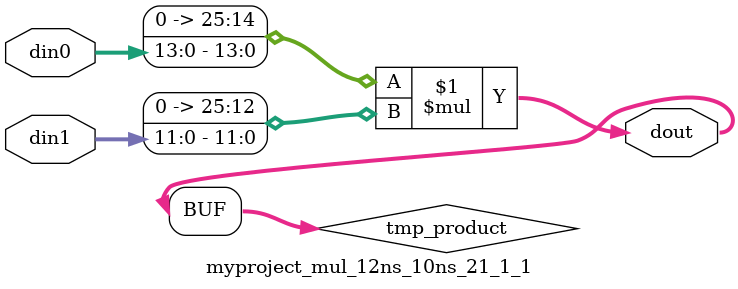
<source format=v>

`timescale 1 ns / 1 ps

 module myproject_mul_12ns_10ns_21_1_1(din0, din1, dout);
parameter ID = 1;
parameter NUM_STAGE = 0;
parameter din0_WIDTH = 14;
parameter din1_WIDTH = 12;
parameter dout_WIDTH = 26;

input [din0_WIDTH - 1 : 0] din0; 
input [din1_WIDTH - 1 : 0] din1; 
output [dout_WIDTH - 1 : 0] dout;

wire signed [dout_WIDTH - 1 : 0] tmp_product;
























assign tmp_product = $signed({1'b0, din0}) * $signed({1'b0, din1});











assign dout = tmp_product;





















endmodule

</source>
